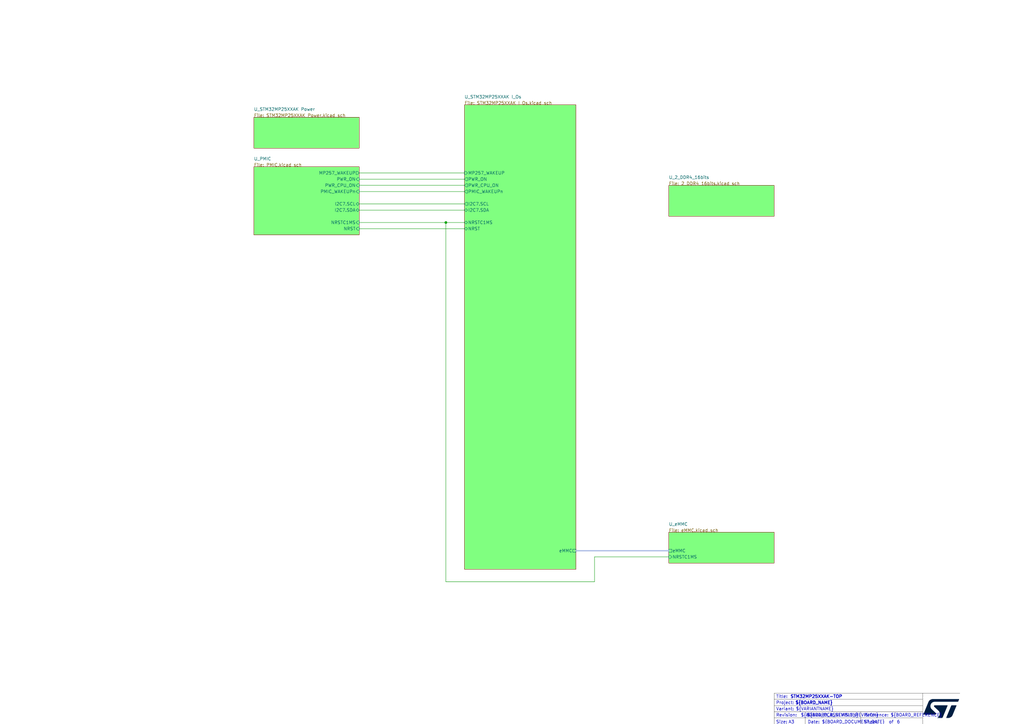
<source format=kicad_sch>
(kicad_sch (version 20250114) (generator "eeschema") (generator_version "9.0")
  (paper "A3")
  (title_block (title "STM32MP25XXAK-TOP") (date "Not used") (rev "Not used") (company "STMicroelectronics"))
  (lib_symbols)
  (text "Sheet:" (at 354.33 297.0022 0) (effects (font (size 1.27 1.27)) (justify left bottom)))
  (text "A3" (at 323.342 297.0022 0) (effects (font (size 1.27 1.27)) (justify left bottom)))
  (text "${BOARD_REFERENCE}" (at 365.252 294.2082 0) (effects (font (size 1.27 1.27)) (justify left bottom)))
  (text "${##}" (at 367.792 297.0022 0) (effects (font (size 1.27 1.27)) (justify left bottom)))
  (text "Reference:" (at 354.33 294.2082 0) (effects (font (size 1.27 1.27)) (justify left bottom)))
  (text "Title:" (at 318.262 286.5882 0) (effects (font (size 1.27 1.27)) (justify left bottom)))
  (text "${BOARD_ASSEMBLY_REVISION}" (at 330.962 294.2082 0) (effects (font (size 1.27 1.27)) (justify left bottom)))
  (text "-" (at 330.2 294.2082 0) (effects (font (size 1.27 1.27)) (justify left bottom)))
  (text "Project:" (at 318.262 289.1282 0) (effects (font (size 1.27 1.27)) (justify left bottom)))
  (text "${BOARD_PCB_REVISION}" (at 328.422 294.2082 0) (effects (font (size 1.27 1.27)) (justify left bottom)))
  (text "Date:" (at 331.216 297.0022 0) (effects (font (size 1.27 1.27)) (justify left bottom)))
  (text "${BOARD_NAME}" (at 326.136 289.1282 0) (effects (font (size 1.27 1.27) (thickness 0.254) (bold yes)) (justify left bottom)))
  (text "Variant:" (at 318.262 291.6682 0) (effects (font (size 1.27 1.27)) (justify left bottom)))
  (text "${VARIANTNAME}" (at 326.39 291.6682 0) (effects (font (size 1.27 1.27)) (justify left bottom)))
  (text "${BOARD_DOCUMENT_DATE}" (at 337.058 297.0022 0) (effects (font (size 1.27 1.27)) (justify left bottom)))
  (text "${TITLE}" (at 324.104 286.5882 0) (effects (font (size 1.27 1.27) (thickness 0.254) (bold yes)) (justify left bottom)))
  (text "of" (at 364.49 297.0022 0) (effects (font (size 1.27 1.27)) (justify left bottom)))
  (text "Size:" (at 318.262 297.0022 0) (effects (font (size 1.27 1.27)) (justify left bottom)))
  (text "Revision:" (at 318.262 294.2082 0) (effects (font (size 1.27 1.27)) (justify left bottom)))
  (text "${#}" (at 361.188 297.0022 0) (effects (font (size 1.27 1.27)) (justify left bottom)))
  (junction (at 182.88 91.2622))
  (wire (pts (xy 147.32 76.0222) (xy 190.5 76.0222)))
  (wire (pts (xy 190.5 83.6422) (xy 147.32 83.6422)))
  (wire (pts (xy 182.88 91.2622) (xy 190.5 91.2622)))
  (wire (pts (xy 147.32 91.2622) (xy 182.88 91.2622)))
  (wire (pts (xy 147.32 73.4822) (xy 190.5 73.4822)))
  (wire (pts (xy 243.84 228.4222) (xy 274.32 228.4222)))
  (bus (pts (xy 236.22 225.8822) (xy 274.32 225.8822)) (stroke (width 0.508) (color 173 188 231 1)))
  (polyline (pts (xy 353.06 291.9222) (xy 353.06 297.0022)) (stroke (width 0.0254) (type solid) (color 0 0 0 1)))
  (wire (pts (xy 147.32 78.5622) (xy 190.5 78.5622)))
  (wire (pts (xy 190.5 93.8022) (xy 147.32 93.8022)))
  (polyline (pts (xy 317.5 289.3822) (xy 378.46 289.3822)) (stroke (width 0.0254) (type solid) (color 0 0 0 1)))
  (polyline (pts (xy 378.46 286.8422) (xy 317.5 286.8422)) (stroke (width 0.0254) (type solid) (color 0 0 0 1)))
  (polyline (pts (xy 317.5 294.4622) (xy 378.46 294.4622)) (stroke (width 0.0254) (type solid) (color 0 0 0 1)))
  (wire (pts (xy 147.32 86.1822) (xy 190.5 86.1822)))
  (wire (pts (xy 243.84 238.5822) (xy 243.84 228.4222)))
  (polyline (pts (xy 393.7 284.3022) (xy 317.5 284.3022)) (stroke (width 0.0254) (type solid) (color 0 0 0 1)))
  (polyline (pts (xy 317.5 291.9222) (xy 378.46 291.9222)) (stroke (width 0.0254) (type solid) (color 0 0 0 1)))
  (wire (pts (xy 147.32 70.9422) (xy 190.5 70.9422)))
  (polyline (pts (xy 317.5 284.3022) (xy 317.5 297.0022)) (stroke (width 0.0254) (type solid) (color 0 0 0 1)))
  (polyline (pts (xy 330.2 294.4622) (xy 330.2 297.0022)) (stroke (width 0.0254) (type solid) (color 0 0 0 1)))
  (wire (pts (xy 182.88 91.2622) (xy 182.88 238.5822)))
  (wire (pts (xy 182.88 238.5822) (xy 243.84 238.5822)))
  (polyline (pts (xy 378.46 284.3022) (xy 378.46 297.0022)) (stroke (width 0.0254) (type solid) (color 0 0 0 1)))
  (image (at 386.042 290.6347) (scale 0.137898))
  (sheet (at 104.14 48.0822) (size 43.18 12.7) (stroke (width 0) (color 128 0 0 1)) (fill (color 128 255 128 1.0000))
    (property "Sheetname" "U_STM32MP25XXAK Power" (at 104.14 45.5422 0) (effects (justify left bottom)))
    (property "Sheetfile" "STM32MP25XXAK Power.kicad_sch" (at 104.14 48.0822 0) (effects (justify left bottom)))
  )
  (sheet (at 274.32 218.2622) (size 43.18 12.7) (stroke (width 0) (color 128 0 0 1)) (fill (color 128 255 128 1.0000))
    (property "Sheetname" "U_eMMC" (at 274.32 215.7222 0) (effects (justify left bottom)))
    (property "Sheetfile" "eMMC.kicad_sch" (at 274.32 218.2622 0) (effects (justify left bottom)))
    (pin "eMMC" passive (at 274.32 225.8822 180))
    (pin "NRSTC1MS" input (at 274.32 228.4222 180))
  )
  (sheet (at 190.5 43.0022) (size 45.72 190.5) (stroke (width 0) (color 128 0 0 1)) (fill (color 128 255 128 1.0000))
    (property "Sheetname" "U_STM32MP25XXAK I_Os" (at 190.5 40.4622 0) (effects (justify left bottom)))
    (property "Sheetfile" "STM32MP25XXAK I_Os.kicad_sch" (at 190.5 43.0022 0) (effects (justify left bottom)))
    (pin "NRST" bidirectional (at 190.5 93.8022 180))
    (pin "PWR_ON" output (at 190.5 73.4822 180))
    (pin "NRSTC1MS" bidirectional (at 190.5 91.2622 180))
    (pin "I2C7.SDA" bidirectional (at 190.5 86.1822 180))
    (pin "I2C7.SCL" output (at 190.5 83.6422 180))
    (pin "PWR_CPU_ON" output (at 190.5 76.0222 180))
    (pin "MP257_WAKEUP" input (at 190.5 70.9422 180))
    (pin "PMIC_WAKEUPn" output (at 190.5 78.5622 180))
    (pin "eMMC" passive (at 236.22 225.8822 0))
  )
  (sheet (at 104.14 68.4022) (size 43.18 27.94) (stroke (width 0) (color 128 0 0 1)) (fill (color 128 255 128 1.0000))
    (property "Sheetname" "U_PMIC" (at 104.14 65.8622 0) (effects (justify left bottom)))
    (property "Sheetfile" "PMIC.kicad_sch" (at 104.14 68.4022 0) (effects (justify left bottom)))
    (pin "PMIC_WAKEUPn" input (at 147.32 78.5622 0))
    (pin "NRST" input (at 147.32 93.8022 0))
    (pin "I2C7.SCL" bidirectional (at 147.32 83.6422 0))
    (pin "PWR_ON" input (at 147.32 73.4822 0))
    (pin "PWR_CPU_ON" input (at 147.32 76.0222 0))
    (pin "NRSTC1MS" input (at 147.32 91.2622 0))
    (pin "I2C7.SDA" bidirectional (at 147.32 86.1822 0))
    (pin "MP257_WAKEUP" output (at 147.32 70.9422 0))
  )
  (sheet (at 274.32 76.0222) (size 43.18 12.7) (stroke (width 0) (color 128 0 0 1)) (fill (color 128 255 128 1.0000))
    (property "Sheetname" "U_2_DDR4_16bits" (at 274.32 73.4822 0) (effects (justify left bottom)))
    (property "Sheetfile" "2_DDR4_16bits.kicad_sch" (at 274.32 76.0222 0) (effects (justify left bottom)))
  )
)
</source>
